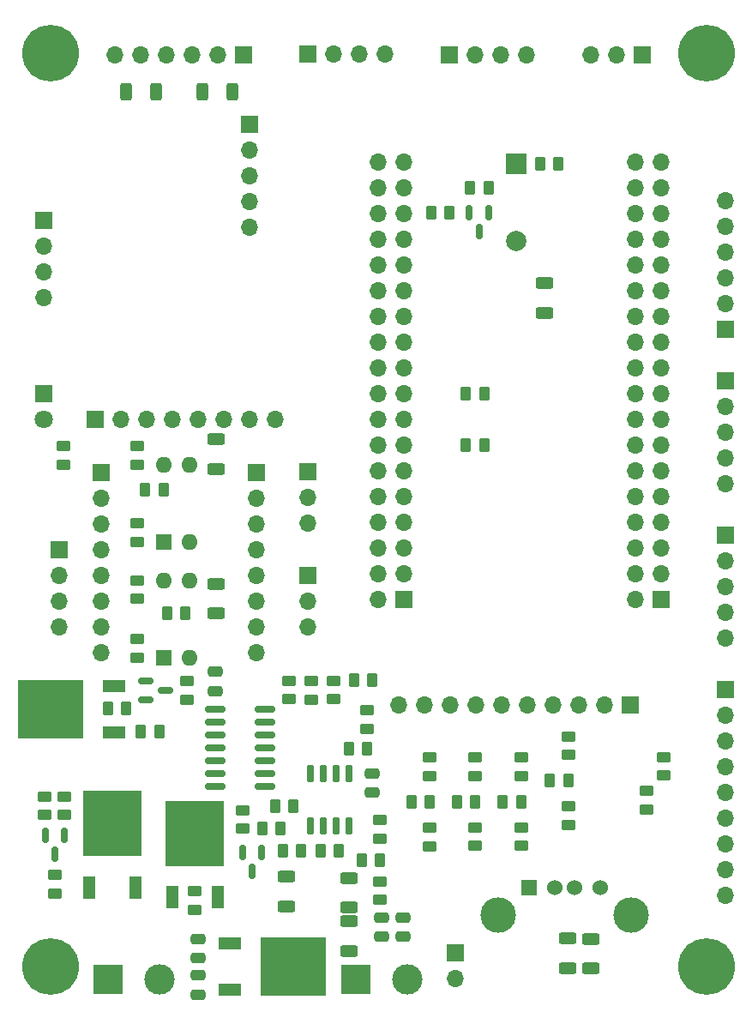
<source format=gbr>
%TF.GenerationSoftware,KiCad,Pcbnew,(6.0.5)*%
%TF.CreationDate,2024-01-20T18:21:03+02:00*%
%TF.ProjectId,robot_pocketbeagle,726f626f-745f-4706-9f63-6b6574626561,rev?*%
%TF.SameCoordinates,PX60e4b00PY791ddc0*%
%TF.FileFunction,Soldermask,Bot*%
%TF.FilePolarity,Negative*%
%FSLAX46Y46*%
G04 Gerber Fmt 4.6, Leading zero omitted, Abs format (unit mm)*
G04 Created by KiCad (PCBNEW (6.0.5)) date 2024-01-20 18:21:03*
%MOMM*%
%LPD*%
G01*
G04 APERTURE LIST*
G04 Aperture macros list*
%AMRoundRect*
0 Rectangle with rounded corners*
0 $1 Rounding radius*
0 $2 $3 $4 $5 $6 $7 $8 $9 X,Y pos of 4 corners*
0 Add a 4 corners polygon primitive as box body*
4,1,4,$2,$3,$4,$5,$6,$7,$8,$9,$2,$3,0*
0 Add four circle primitives for the rounded corners*
1,1,$1+$1,$2,$3*
1,1,$1+$1,$4,$5*
1,1,$1+$1,$6,$7*
1,1,$1+$1,$8,$9*
0 Add four rect primitives between the rounded corners*
20,1,$1+$1,$2,$3,$4,$5,0*
20,1,$1+$1,$4,$5,$6,$7,0*
20,1,$1+$1,$6,$7,$8,$9,0*
20,1,$1+$1,$8,$9,$2,$3,0*%
G04 Aperture macros list end*
%ADD10R,1.600000X1.600000*%
%ADD11O,1.600000X1.600000*%
%ADD12R,1.700000X1.700000*%
%ADD13O,1.700000X1.700000*%
%ADD14C,5.600000*%
%ADD15C,3.600000*%
%ADD16R,1.524000X1.524000*%
%ADD17C,1.524000*%
%ADD18C,3.500000*%
%ADD19R,3.000000X3.000000*%
%ADD20C,3.000000*%
%ADD21R,1.800000X1.800000*%
%ADD22C,1.800000*%
%ADD23R,2.000000X2.000000*%
%ADD24C,2.000000*%
%ADD25RoundRect,0.250000X0.312500X0.625000X-0.312500X0.625000X-0.312500X-0.625000X0.312500X-0.625000X0*%
%ADD26RoundRect,0.250000X0.450000X-0.262500X0.450000X0.262500X-0.450000X0.262500X-0.450000X-0.262500X0*%
%ADD27RoundRect,0.250000X-0.625000X0.312500X-0.625000X-0.312500X0.625000X-0.312500X0.625000X0.312500X0*%
%ADD28RoundRect,0.250000X0.262500X0.450000X-0.262500X0.450000X-0.262500X-0.450000X0.262500X-0.450000X0*%
%ADD29RoundRect,0.250000X-0.262500X-0.450000X0.262500X-0.450000X0.262500X0.450000X-0.262500X0.450000X0*%
%ADD30RoundRect,0.250000X-0.450000X0.262500X-0.450000X-0.262500X0.450000X-0.262500X0.450000X0.262500X0*%
%ADD31RoundRect,0.250000X-0.475000X0.250000X-0.475000X-0.250000X0.475000X-0.250000X0.475000X0.250000X0*%
%ADD32R,1.200000X2.200000*%
%ADD33R,5.800000X6.400000*%
%ADD34RoundRect,0.250000X0.625000X-0.312500X0.625000X0.312500X-0.625000X0.312500X-0.625000X-0.312500X0*%
%ADD35RoundRect,0.250000X0.475000X-0.250000X0.475000X0.250000X-0.475000X0.250000X-0.475000X-0.250000X0*%
%ADD36RoundRect,0.150000X0.825000X0.150000X-0.825000X0.150000X-0.825000X-0.150000X0.825000X-0.150000X0*%
%ADD37R,2.200000X1.200000*%
%ADD38R,6.400000X5.800000*%
%ADD39RoundRect,0.150000X-0.150000X0.587500X-0.150000X-0.587500X0.150000X-0.587500X0.150000X0.587500X0*%
%ADD40RoundRect,0.150000X0.150000X-0.725000X0.150000X0.725000X-0.150000X0.725000X-0.150000X-0.725000X0*%
%ADD41RoundRect,0.150000X-0.587500X-0.150000X0.587500X-0.150000X0.587500X0.150000X-0.587500X0.150000X0*%
G04 APERTURE END LIST*
D10*
%TO.C,U2*%
X16256000Y35560000D03*
D11*
X18796000Y35560000D03*
X18796000Y43180000D03*
X16256000Y43180000D03*
%TD*%
D12*
%TO.C,J18*%
X45065000Y6370000D03*
D13*
X45065000Y3830000D03*
%TD*%
D14*
%TO.C,H4*%
X5080000Y5080000D03*
D15*
X5080000Y5080000D03*
%TD*%
D12*
%TO.C,J17*%
X71755000Y32385000D03*
D13*
X71755000Y29845000D03*
X71755000Y27305000D03*
X71755000Y24765000D03*
X71755000Y22225000D03*
X71755000Y19685000D03*
X71755000Y17145000D03*
X71755000Y14605000D03*
X71755000Y12065000D03*
%TD*%
D12*
%TO.C,J31*%
X30490000Y95107200D03*
D13*
X33030000Y95107200D03*
X35570000Y95107200D03*
X38110000Y95107200D03*
%TD*%
D12*
%TO.C,J8*%
X4445000Y78740000D03*
D13*
X4445000Y76200000D03*
X4445000Y73660000D03*
X4445000Y71120000D03*
%TD*%
D12*
%TO.C,J5*%
X9535000Y59055000D03*
D13*
X12075000Y59055000D03*
X14615000Y59055000D03*
X17155000Y59055000D03*
X19695000Y59055000D03*
X22235000Y59055000D03*
X24775000Y59055000D03*
X27315000Y59055000D03*
%TD*%
D16*
%TO.C,J2*%
X52380000Y12870000D03*
D17*
X54880000Y12870000D03*
X56880000Y12870000D03*
X59380000Y12870000D03*
D18*
X62450000Y10160000D03*
X49310000Y10160000D03*
%TD*%
D15*
%TO.C,H2*%
X69850000Y95250000D03*
D14*
X69850000Y95250000D03*
%TD*%
D15*
%TO.C,H1*%
X69850000Y5080000D03*
D14*
X69850000Y5080000D03*
%TD*%
D19*
%TO.C,J13*%
X10795000Y3800000D03*
D20*
X15875000Y3800000D03*
%TD*%
D12*
%TO.C,J29*%
X71755000Y67945000D03*
D13*
X71755000Y70485000D03*
X71755000Y73025000D03*
X71755000Y75565000D03*
X71755000Y78105000D03*
X71755000Y80645000D03*
%TD*%
D12*
%TO.C,J10*%
X5994400Y46228000D03*
D13*
X5994400Y43688000D03*
X5994400Y41148000D03*
X5994400Y38608000D03*
%TD*%
D12*
%TO.C,J1*%
X24790000Y88235000D03*
D13*
X24790000Y85695000D03*
X24790000Y83155000D03*
X24790000Y80615000D03*
X24790000Y78075000D03*
%TD*%
D21*
%TO.C,D1*%
X4445000Y61595000D03*
D22*
X4445000Y59055000D03*
%TD*%
D12*
%TO.C,J21*%
X71780000Y62865000D03*
D13*
X71780000Y60325000D03*
X71780000Y57785000D03*
X71780000Y55245000D03*
X71780000Y52705000D03*
%TD*%
D12*
%TO.C,J3*%
X63500000Y95057200D03*
D13*
X60960000Y95057200D03*
X58420000Y95057200D03*
%TD*%
D12*
%TO.C,J15*%
X44450000Y95057200D03*
D13*
X46990000Y95057200D03*
X49530000Y95057200D03*
X52070000Y95057200D03*
%TD*%
D12*
%TO.C,J14*%
X24130000Y95057200D03*
D13*
X21590000Y95057200D03*
X19050000Y95057200D03*
X16510000Y95057200D03*
X13970000Y95057200D03*
X11430000Y95057200D03*
%TD*%
D12*
%TO.C,J7*%
X40010000Y41290000D03*
D13*
X37470000Y41290000D03*
X40010000Y43830000D03*
X37470000Y43830000D03*
X40010000Y46370000D03*
X37470000Y46370000D03*
X40010000Y48910000D03*
X37470000Y48910000D03*
X40010000Y51450000D03*
X37470000Y51450000D03*
X40010000Y53990000D03*
X37470000Y53990000D03*
X40010000Y56530000D03*
X37470000Y56530000D03*
X40010000Y59070000D03*
X37470000Y59070000D03*
X40010000Y61610000D03*
X37470000Y61610000D03*
X40010000Y64150000D03*
X37470000Y64150000D03*
X40010000Y66690000D03*
X37470000Y66690000D03*
X40010000Y69230000D03*
X37470000Y69230000D03*
X40010000Y71770000D03*
X37470000Y71770000D03*
X40010000Y74310000D03*
X37470000Y74310000D03*
X40010000Y76850000D03*
X37470000Y76850000D03*
X40010000Y79390000D03*
X37470000Y79390000D03*
X40010000Y81930000D03*
X37470000Y81930000D03*
X40010000Y84470000D03*
X37470000Y84470000D03*
%TD*%
D10*
%TO.C,U1*%
X16256000Y47000000D03*
D11*
X18796000Y47000000D03*
X18796000Y54620000D03*
X16256000Y54620000D03*
%TD*%
D12*
%TO.C,J4*%
X65410000Y41290000D03*
D13*
X62870000Y41290000D03*
X65410000Y43830000D03*
X62870000Y43830000D03*
X65410000Y46370000D03*
X62870000Y46370000D03*
X65410000Y48910000D03*
X62870000Y48910000D03*
X65410000Y51450000D03*
X62870000Y51450000D03*
X65410000Y53990000D03*
X62870000Y53990000D03*
X65410000Y56530000D03*
X62870000Y56530000D03*
X65410000Y59070000D03*
X62870000Y59070000D03*
X65410000Y61610000D03*
X62870000Y61610000D03*
X65410000Y64150000D03*
X62870000Y64150000D03*
X65410000Y66690000D03*
X62870000Y66690000D03*
X65410000Y69230000D03*
X62870000Y69230000D03*
X65410000Y71770000D03*
X62870000Y71770000D03*
X65410000Y74310000D03*
X62870000Y74310000D03*
X65410000Y76850000D03*
X62870000Y76850000D03*
X65410000Y79390000D03*
X62870000Y79390000D03*
X65410000Y81930000D03*
X62870000Y81930000D03*
X65410000Y84470000D03*
X62870000Y84470000D03*
%TD*%
D12*
%TO.C,J19*%
X30500000Y53880000D03*
D13*
X30500000Y51340000D03*
X30500000Y48800000D03*
%TD*%
D12*
%TO.C,J20*%
X30500000Y43700000D03*
D13*
X30500000Y41160000D03*
X30500000Y38620000D03*
%TD*%
D23*
%TO.C,BZ1*%
X51054000Y84318000D03*
D24*
X51054000Y76718000D03*
%TD*%
D12*
%TO.C,J12*%
X25400000Y53850300D03*
D13*
X25400000Y51310300D03*
X25400000Y48770300D03*
X25400000Y46230300D03*
X25400000Y43690300D03*
X25400000Y41150300D03*
X25400000Y38610300D03*
X25400000Y36070300D03*
%TD*%
D15*
%TO.C,H3*%
X5080000Y95250000D03*
D14*
X5080000Y95250000D03*
%TD*%
D12*
%TO.C,J30*%
X71780000Y47625000D03*
D13*
X71780000Y45085000D03*
X71780000Y42545000D03*
X71780000Y40005000D03*
X71780000Y37465000D03*
%TD*%
D19*
%TO.C,J16*%
X35290000Y3800000D03*
D20*
X40370000Y3800000D03*
%TD*%
D12*
%TO.C,J6*%
X62331600Y30886400D03*
D13*
X59791600Y30886400D03*
X57251600Y30886400D03*
X54711600Y30886400D03*
X52171600Y30886400D03*
X49631600Y30886400D03*
X47091600Y30886400D03*
X44551600Y30886400D03*
X42011600Y30886400D03*
X39471600Y30886400D03*
%TD*%
D12*
%TO.C,J9*%
X10135000Y53850300D03*
D13*
X10135000Y51310300D03*
X10135000Y48770300D03*
X10135000Y46230300D03*
X10135000Y43690300D03*
X10135000Y41150300D03*
X10135000Y38610300D03*
X10135000Y36070300D03*
%TD*%
D25*
%TO.C,R35*%
X15494000Y91440000D03*
X12569000Y91440000D03*
%TD*%
D26*
%TO.C,R7*%
X63930000Y20555000D03*
X63930000Y22380000D03*
%TD*%
D27*
%TO.C,R53*%
X34550000Y9530000D03*
X34550000Y6605000D03*
%TD*%
D28*
%TO.C,R24*%
X42545000Y21312500D03*
X40720000Y21312500D03*
%TD*%
D29*
%TO.C,R3*%
X42672000Y79502000D03*
X44497000Y79502000D03*
%TD*%
D30*
%TO.C,R16*%
X30850000Y33252500D03*
X30850000Y31427500D03*
%TD*%
D31*
%TO.C,C3*%
X39920000Y9880000D03*
X39920000Y7980000D03*
%TD*%
D28*
%TO.C,R21*%
X29875000Y16475000D03*
X28050000Y16475000D03*
%TD*%
D32*
%TO.C,Q3*%
X13455000Y12853000D03*
D33*
X11175000Y19153000D03*
D32*
X8895000Y12853000D03*
%TD*%
D34*
%TO.C,R40*%
X58450000Y4875000D03*
X58450000Y7800000D03*
%TD*%
D30*
%TO.C,R13*%
X51562000Y25701000D03*
X51562000Y23876000D03*
%TD*%
D26*
%TO.C,R57*%
X18580000Y31410000D03*
X18580000Y33235000D03*
%TD*%
D32*
%TO.C,Q6*%
X21655000Y11900000D03*
D33*
X19375000Y18200000D03*
D32*
X17095000Y11900000D03*
%TD*%
D35*
%TO.C,C5*%
X19715000Y2290000D03*
X19715000Y4190000D03*
%TD*%
D31*
%TO.C,C6*%
X19715000Y7790000D03*
X19715000Y5890000D03*
%TD*%
D30*
%TO.C,R9*%
X42545000Y25677500D03*
X42545000Y23852500D03*
%TD*%
D26*
%TO.C,R42*%
X4540000Y20005000D03*
X4540000Y21830000D03*
%TD*%
D30*
%TO.C,R8*%
X42545000Y18772500D03*
X42545000Y16947500D03*
%TD*%
D28*
%TO.C,R38*%
X47921200Y61595000D03*
X46096200Y61595000D03*
%TD*%
D26*
%TO.C,R6*%
X65660000Y23920000D03*
X65660000Y25745000D03*
%TD*%
%TO.C,R43*%
X5550000Y12285000D03*
X5550000Y14110000D03*
%TD*%
D27*
%TO.C,R37*%
X21450000Y42825000D03*
X21450000Y39900000D03*
%TD*%
D30*
%TO.C,R10*%
X47040800Y18796000D03*
X47040800Y16971000D03*
%TD*%
%TO.C,R22*%
X56235600Y27783800D03*
X56235600Y25958800D03*
%TD*%
D28*
%TO.C,R19*%
X55268500Y84328000D03*
X53443500Y84328000D03*
%TD*%
D31*
%TO.C,C4*%
X37780000Y9910000D03*
X37780000Y8010000D03*
%TD*%
D29*
%TO.C,R20*%
X46532800Y81945000D03*
X48357800Y81945000D03*
%TD*%
D26*
%TO.C,R41*%
X6350000Y54610000D03*
X6350000Y56435000D03*
%TD*%
D30*
%TO.C,R12*%
X51562000Y18796000D03*
X51562000Y16971000D03*
%TD*%
D36*
%TO.C,U3*%
X26286000Y30485000D03*
X26286000Y29215000D03*
X26286000Y27945000D03*
X26286000Y26675000D03*
X26286000Y25405000D03*
X26286000Y24135000D03*
X26286000Y22865000D03*
X21336000Y22865000D03*
X21336000Y24135000D03*
X21336000Y25405000D03*
X21336000Y26675000D03*
X21336000Y27945000D03*
X21336000Y29215000D03*
X21336000Y30485000D03*
%TD*%
D35*
%TO.C,C1*%
X21336000Y32258000D03*
X21336000Y34158000D03*
%TD*%
D30*
%TO.C,R14*%
X37640000Y13460000D03*
X37640000Y11635000D03*
%TD*%
%TO.C,R15*%
X37640000Y19525000D03*
X37640000Y17700000D03*
%TD*%
D34*
%TO.C,R36*%
X21450000Y54200000D03*
X21450000Y57125000D03*
%TD*%
D37*
%TO.C,U5*%
X22775000Y2745000D03*
D38*
X29075000Y5025000D03*
D37*
X22775000Y7305000D03*
%TD*%
D26*
%TO.C,R31*%
X36340000Y28510000D03*
X36340000Y30335000D03*
%TD*%
%TO.C,R1*%
X13700000Y47000000D03*
X13700000Y48825000D03*
%TD*%
D28*
%TO.C,R39*%
X47921200Y56515000D03*
X46096200Y56515000D03*
%TD*%
D30*
%TO.C,R11*%
X47040800Y25701000D03*
X47040800Y23876000D03*
%TD*%
D29*
%TO.C,R30*%
X34547500Y26530000D03*
X36372500Y26530000D03*
%TD*%
D27*
%TO.C,R54*%
X34570000Y13805000D03*
X34570000Y10880000D03*
%TD*%
D29*
%TO.C,R47*%
X10750000Y30500000D03*
X12575000Y30500000D03*
%TD*%
D30*
%TO.C,R52*%
X13675000Y43175000D03*
X13675000Y41350000D03*
%TD*%
D28*
%TO.C,R48*%
X16250000Y52100000D03*
X14425000Y52100000D03*
%TD*%
D30*
%TO.C,R44*%
X24070000Y20475000D03*
X24070000Y18650000D03*
%TD*%
%TO.C,R2*%
X13700000Y37385000D03*
X13700000Y35560000D03*
%TD*%
D28*
%TO.C,R17*%
X36875000Y33310000D03*
X35050000Y33310000D03*
%TD*%
D26*
%TO.C,R4*%
X13700000Y54625000D03*
X13700000Y56450000D03*
%TD*%
%TO.C,R46*%
X19375000Y10650000D03*
X19375000Y12475000D03*
%TD*%
D28*
%TO.C,R18*%
X33565000Y16480000D03*
X31740000Y16480000D03*
%TD*%
D39*
%TO.C,Q4*%
X24075000Y16300000D03*
X25975000Y16300000D03*
X25025000Y14425000D03*
%TD*%
D30*
%TO.C,R51*%
X28660000Y33265000D03*
X28660000Y31440000D03*
%TD*%
D31*
%TO.C,C2*%
X36860000Y24120000D03*
X36860000Y22220000D03*
%TD*%
D37*
%TO.C,Q7*%
X11385000Y32745000D03*
D38*
X5085000Y30465000D03*
D37*
X11385000Y28185000D03*
%TD*%
D29*
%TO.C,R56*%
X26015000Y18650000D03*
X27840000Y18650000D03*
%TD*%
D28*
%TO.C,R26*%
X37640000Y15560000D03*
X35815000Y15560000D03*
%TD*%
D34*
%TO.C,R50*%
X28400000Y11012500D03*
X28400000Y13937500D03*
%TD*%
D39*
%TO.C,Q2*%
X4580000Y18010000D03*
X6480000Y18010000D03*
X5530000Y16135000D03*
%TD*%
D28*
%TO.C,R45*%
X15842500Y28225000D03*
X14017500Y28225000D03*
%TD*%
D27*
%TO.C,R32*%
X53848000Y72521000D03*
X53848000Y69596000D03*
%TD*%
D28*
%TO.C,R49*%
X29110000Y20850000D03*
X27285000Y20850000D03*
%TD*%
%TO.C,R25*%
X47040800Y21336000D03*
X45215800Y21336000D03*
%TD*%
D40*
%TO.C,U4*%
X34570000Y18960000D03*
X33300000Y18960000D03*
X32030000Y18960000D03*
X30760000Y18960000D03*
X30760000Y24110000D03*
X32030000Y24110000D03*
X33300000Y24110000D03*
X34570000Y24110000D03*
%TD*%
D41*
%TO.C,Q5*%
X14550000Y31350000D03*
X14550000Y33250000D03*
X16425000Y32300000D03*
%TD*%
D29*
%TO.C,R23*%
X54410600Y23418800D03*
X56235600Y23418800D03*
%TD*%
D27*
%TO.C,R33*%
X56134000Y7812500D03*
X56134000Y4887500D03*
%TD*%
D29*
%TO.C,R5*%
X16587500Y39900000D03*
X18412500Y39900000D03*
%TD*%
D28*
%TO.C,R28*%
X51562000Y21336000D03*
X49737000Y21336000D03*
%TD*%
D30*
%TO.C,R27*%
X33060000Y33265000D03*
X33060000Y31440000D03*
%TD*%
D26*
%TO.C,R55*%
X6470000Y20005000D03*
X6470000Y21830000D03*
%TD*%
%TO.C,R29*%
X56235600Y19053800D03*
X56235600Y20878800D03*
%TD*%
D39*
%TO.C,Q1*%
X46457800Y79502000D03*
X48357800Y79502000D03*
X47407800Y77627000D03*
%TD*%
D25*
%TO.C,R34*%
X23052500Y91440000D03*
X20127500Y91440000D03*
%TD*%
M02*

</source>
